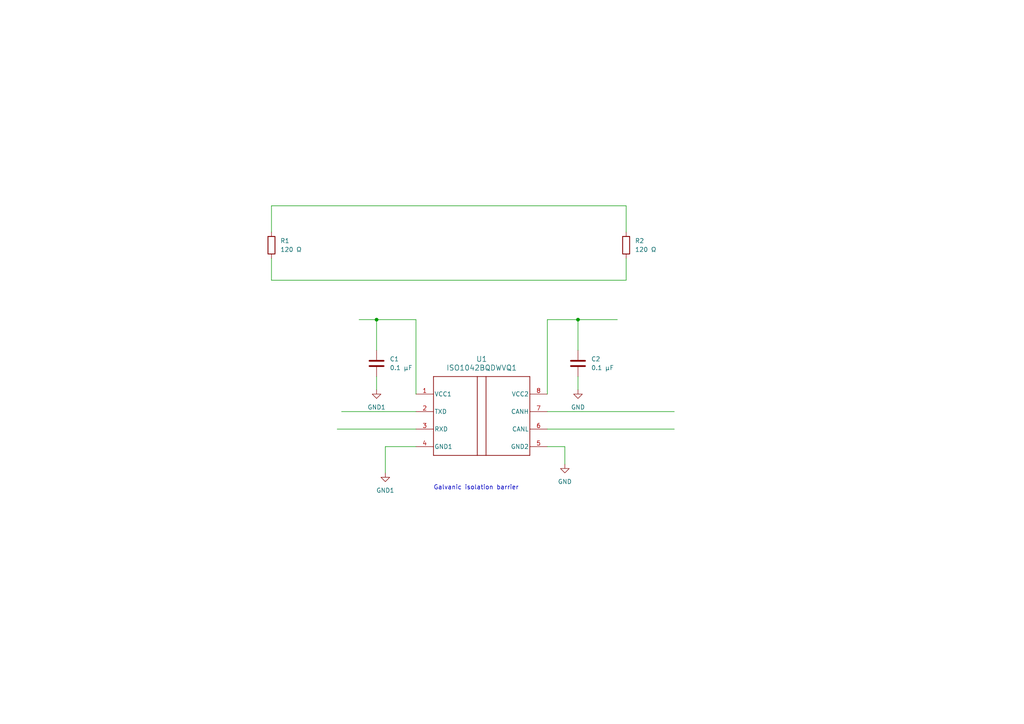
<source format=kicad_sch>
(kicad_sch (version 20230121) (generator eeschema)
  (paper "A4")
  (lib_symbols
    (symbol "2023-11-16_23-22-44:ISO1042BQDWVQ1" (pin_names (offset 0.254))
      (property "Reference" "U" (at 0 2.54 0))
      (property "Value" "ISO1042BQDWVQ1" (at 0 0 0))
      (symbol "ISO1042BQDWVQ1_0_1"
        (polyline (pts (xy 5.08 -17.78) (xy 33.02 -17.78)) (stroke (width 0.2032)))
        (polyline (pts (xy 5.08 5.08) (xy 5.08 -17.78)) (stroke (width 0.2032)))
        (polyline (pts (xy 17.78 5.08) (xy 17.78 -17.78)) (stroke (width 0.2032)))
        (polyline (pts (xy 20.32 5.08) (xy 20.32 -17.78)) (stroke (width 0.2032)))
        (polyline (pts (xy 33.02 -17.78) (xy 33.02 5.08)) (stroke (width 0.2032)))
        (polyline (pts (xy 33.02 5.08) (xy 5.08 5.08)) (stroke (width 0.2032)))
        (pin power_in line (at 0 0 0) (length 5.08) (name "VCC1") (number "1"))
        (pin input line (at 0 -5.08 0) (length 5.08) (name "TXD") (number "2"))
        (pin output line (at 0 -10.16 0) (length 5.08) (name "RXD") (number "3"))
        (pin power_in line (at 0 -15.24 0) (length 5.08) (name "GND1") (number "4"))
        (pin power_in line (at 38.1 -15.24 180) (length 5.08) (name "GND2") (number "5"))
        (pin bidirectional line (at 38.1 -10.16 180) (length 5.08) (name "CANL") (number "6"))
        (pin bidirectional line (at 38.1 -5.08 180) (length 5.08) (name "CANH") (number "7"))
        (pin power_in line (at 38.1 0 180) (length 5.08) (name "VCC2") (number "8"))
      )
    )
    (symbol "Device:C" (pin_numbers hide) (pin_names (offset 0.254))
      (property "Reference" "C" (at 0.635 2.54 0))
      (property "Value" "C" (at 0.635 -2.54 0))
      (symbol "C_0_1"
        (polyline (pts (xy -2.032 -0.762) (xy 2.032 -0.762)) (stroke (width 0.508)))
        (polyline (pts (xy -2.032 0.762) (xy 2.032 0.762)) (stroke (width 0.508)))
      )
      (symbol "C_1_1"
        (pin passive line (at 0 3.81 270) (length 2.794) (name "~") (number "1"))
        (pin passive line (at 0 -3.81 90) (length 2.794) (name "~") (number "2"))
      )
    )
    (symbol "Device:R" (pin_numbers hide) (pin_names (offset 0))
      (property "Reference" "R" (at 2.032 0 90))
      (property "Value" "R" (at 0 0 90))
      (symbol "R_0_1"
        (rectangle (start -1.016 -2.54) (end 1.016 2.54) (stroke (width 0.254)))
      )
      (symbol "R_1_1"
        (pin passive line (at 0 3.81 270) (length 1.27) (name "~") (number "1"))
        (pin passive line (at 0 -3.81 90) (length 1.27) (name "~") (number "2"))
      )
    )
    (symbol "power:GND" (power) (pin_names (offset 0))
      (property "Value" "GND" (at 0 -3.81 0))
      (symbol "GND_0_1"
        (polyline (pts (xy 0 0) (xy 0 -1.27) (xy 1.27 -1.27) (xy 0 -2.54) (xy -1.27 -1.27) (xy 0 -1.27)))
      )
      (symbol "GND_1_1"
        (pin power_in line (at 0 0 270) (length 0) hide (name "GND") (number "1"))
      )
    )
    (symbol "power:GND1" (power) (pin_names (offset 0))
      (property "Value" "GND1" (at 0 -3.81 0))
      (symbol "GND1_0_1"
        (polyline (pts (xy 0 0) (xy 0 -1.27) (xy 1.27 -1.27) (xy 0 -2.54) (xy -1.27 -1.27) (xy 0 -1.27)))
      )
      (symbol "GND1_1_1"
        (pin power_in line (at 0 0 270) (length 0) hide (name "GND1") (number "1"))
      )
    )
  )
  (junction (at 109.22 92.71))
  (junction (at 167.64 92.71))
  (wire (pts (xy 109.22 92.71) (xy 120.65 92.71)))
  (wire (pts (xy 158.75 92.71) (xy 167.64 92.71)))
  (wire (pts (xy 181.61 81.28) (xy 181.61 74.93)))
  (wire (pts (xy 109.22 113.03) (xy 109.22 109.22)))
  (wire (pts (xy 158.75 119.38) (xy 195.58 119.38)))
  (wire (pts (xy 99.06 119.38) (xy 120.65 119.38)))
  (wire (pts (xy 181.61 59.69) (xy 181.61 67.31)))
  (wire (pts (xy 158.75 114.3) (xy 158.75 92.71)))
  (wire (pts (xy 167.64 113.03) (xy 167.64 109.22)))
  (wire (pts (xy 181.61 81.28) (xy 78.74 81.28)))
  (wire (pts (xy 111.76 137.16) (xy 111.76 129.54)))
  (wire (pts (xy 104.14 92.71) (xy 109.22 92.71)))
  (wire (pts (xy 163.83 129.54) (xy 158.75 129.54)))
  (wire (pts (xy 158.75 124.46) (xy 195.58 124.46)))
  (wire (pts (xy 163.83 134.62) (xy 163.83 129.54)))
  (wire (pts (xy 109.22 101.6) (xy 109.22 92.71)))
  (wire (pts (xy 111.76 129.54) (xy 120.65 129.54)))
  (wire (pts (xy 97.79 124.46) (xy 120.65 124.46)))
  (wire (pts (xy 78.74 81.28) (xy 78.74 74.93)))
  (wire (pts (xy 167.64 101.6) (xy 167.64 92.71)))
  (wire (pts (xy 167.64 92.71) (xy 179.07 92.71)))
  (wire (pts (xy 78.74 59.69) (xy 181.61 59.69)))
  (wire (pts (xy 120.65 114.3) (xy 120.65 92.71)))
  (wire (pts (xy 78.74 59.69) (xy 78.74 67.31)))
  (text "Galvanic isolation barrier\n" (at 125.73 142.24 0) (effects (font (size 1.27 1.27)) (justify left bottom)))
  (symbol (lib_id "Device:C") (at 167.64 105.41 0) (unit 1)
    (property "Reference" "C2" (at 171.45 104.14 0) (effects (justify left)))
    (property "Value" "0.1 µF" (at 171.45 106.68 0) (effects (justify left)))
  )
  (symbol (lib_id "power:GND") (at 163.83 134.62 0) (unit 1)
    (property "Reference" "#PWR03" (effects hide))
    (property "Value" "GND" (at 163.83 139.7 0))
  )
  (symbol (lib_id "Device:R") (at 181.61 71.12 0) (unit 1)
    (property "Reference" "R2" (at 184.15 69.85 0) (effects (justify left)))
    (property "Value" "120 Ω" (at 184.15 72.39 0) (effects (justify left)))
  )
  (symbol (lib_id "Device:R") (at 78.74 71.12 0) (unit 1)
    (property "Reference" "R1" (at 81.28 69.85 0) (effects (justify left)))
    (property "Value" "120 Ω" (at 81.28 72.39 0) (effects (justify left)))
  )
  (symbol (lib_id "Device:C") (at 109.22 105.41 0) (unit 1)
    (property "Reference" "C1" (at 113.03 104.14 0) (effects (justify left)))
    (property "Value" "0.1 µF" (at 113.03 106.68 0) (effects (justify left)))
  )
  (symbol (lib_id "power:GND1") (at 109.22 113.03 0) (unit 1)
    (property "Reference" "#PWR01" (effects hide))
    (property "Value" "GND1" (at 109.22 118.11 0))
  )
  (symbol (lib_id "power:GND1") (at 111.76 137.16 0) (unit 1)
    (property "Reference" "#PWR02" (effects hide))
    (property "Value" "GND1" (at 111.76 142.24 0))
  )
  (symbol (lib_id "2023-11-16_23-22-44:ISO1042BQDWVQ1") (at 120.65 114.3 0) (unit 1)
    (property "Reference" "U1" (at 139.7 104.14 0) (effects (font (size 1.524 1.524))))
    (property "Value" "ISO1042BQDWVQ1" (at 139.7 106.68 0) (effects (font (size 1.524 1.524))))
    (property "Footprint" "DWV0008A-IPC_A" (effects hide))
    (property "Datasheet" "ISO1042BQDWVQ1" (effects hide))
  )
  (symbol (lib_id "power:GND") (at 167.64 113.03 0) (unit 1)
    (property "Reference" "#PWR04" (effects hide))
    (property "Value" "GND" (at 167.64 118.11 0))
  )
)
</source>
